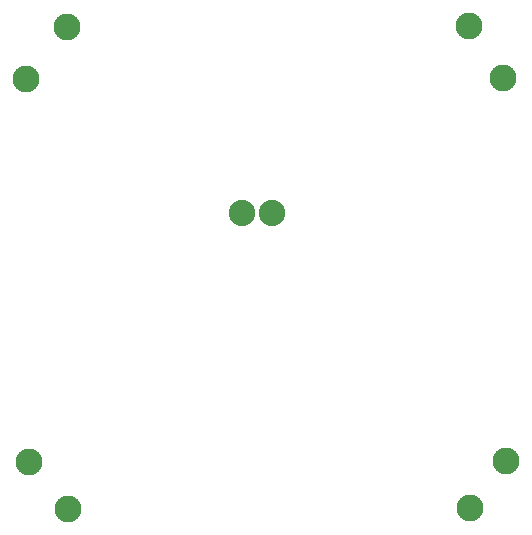
<source format=gbs>
G04 MADE WITH FRITZING*
G04 WWW.FRITZING.ORG*
G04 DOUBLE SIDED*
G04 HOLES PLATED*
G04 CONTOUR ON CENTER OF CONTOUR VECTOR*
%ASAXBY*%
%FSLAX23Y23*%
%MOIN*%
%OFA0B0*%
%SFA1.0B1.0*%
%ADD10C,0.089370*%
%ADD11C,0.088000*%
%LNMASK0*%
G90*
G70*
G54D10*
X1563Y92D03*
X84Y1521D03*
X222Y1694D03*
X94Y244D03*
X1684Y247D03*
X225Y88D03*
X1674Y1523D03*
X1561Y1698D03*
G54D11*
X804Y1075D03*
X904Y1075D03*
G04 End of Mask0*
M02*
</source>
